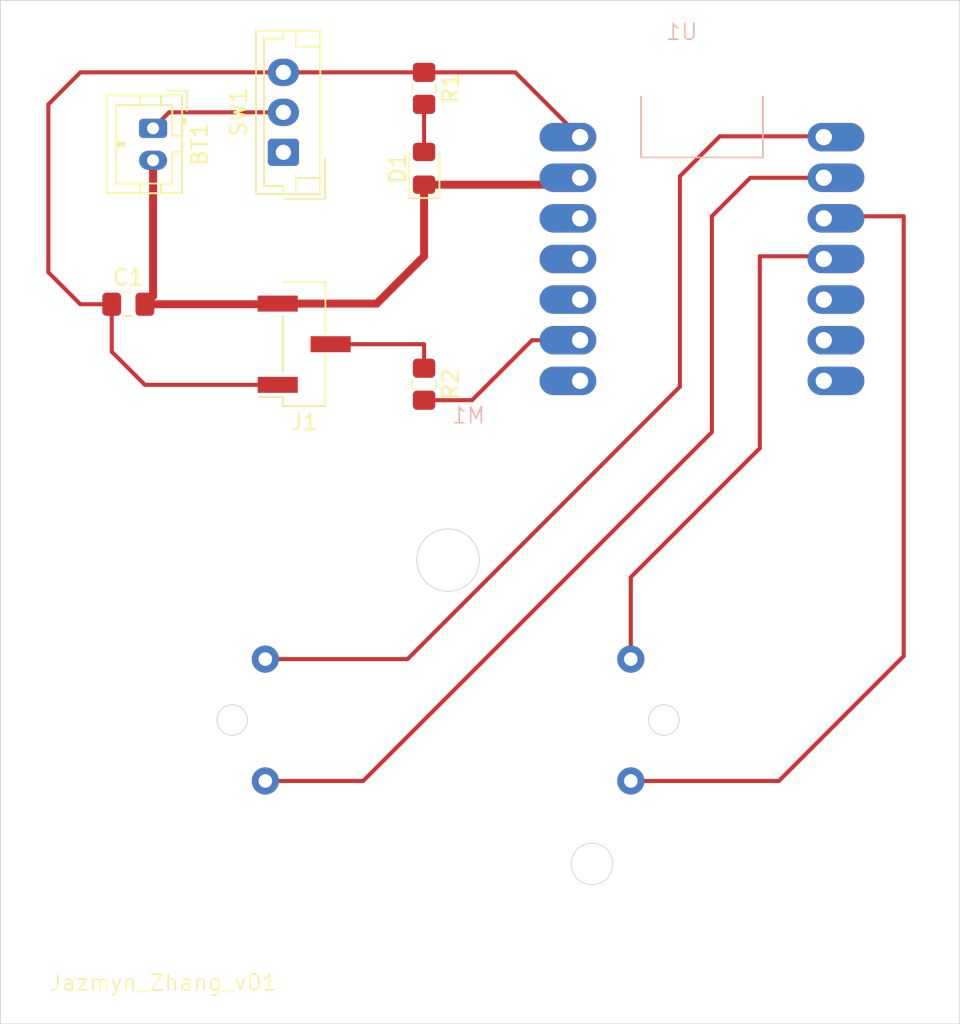
<source format=kicad_pcb>
(kicad_pcb (version 20240108) (generator "pcbnew") (generator_version "8.0")
  (layers (0 "F.Cu" signal) (31 "B.Cu" signal) (34 "B.Paste" user) (35 "F.Paste" user) (36 "B.SilkS" user "B.Silkscreen") (37 "F.SilkS" user "F.Silkscreen") (38 "B.Mask" user) (39 "F.Mask" user) (44 "Edge.Cuts" user))
  (net 0 "")
  (net 1 "GND")
  (net 2 "Net-(BT1-+)")
  (net 3 "Net-(J1-Pin_2)")
  (net 4 "Net-(D1-A)")
  (net 5 "Net-(J1-Pin_1)")
  (net 6 "Net-(U1-GPIO1_A0_D0)")
  (net 7 "Net-(M1--)")
  (net 8 "Net-(U1-GPIO3_A2_D2)")
  (net 9 "Net-(U1-GPIO4_A3_D3)")
  (net 10 "Net-(U1-GPIO7_A8_D8_SCK)")
  (footprint "LED_SMD:LED_0805_2012Metric_Pad1.15x1.40mm_HandSolder" (layer "F.Cu") (at 96 75.5 90)
    (property "Reference" "D1" (at 0 -1.65 90) (layer "F.SilkS"))
    (property "Value" "LED")
    (fp_line (start 1 -0.96) (end -1.86 -0.96) (stroke (width 0.12)) (layer "F.SilkS"))
    (fp_line (start -1.86 -0.96) (end -1.86 0.96) (stroke (width 0.12)) (layer "F.SilkS"))
    (fp_line (start -1.86 0.96) (end 1 0.96) (stroke (width 0.12)) (layer "F.SilkS"))
    (pad "1" smd roundrect (at -1.025 0 90) (size 1.15 1.4) (layers "F.Cu" "F.Paste" "F.Mask") (roundrect_rratio 0.217391) (net 1 "GND"))
    (pad "2" smd roundrect (at 1.025 0 90) (size 1.15 1.4) (layers "F.Cu" "F.Paste" "F.Mask") (roundrect_rratio 0.217391) (net 4 "Net-(D1-A)"))
  )
  (footprint "Capacitor_SMD:C_0805_2012Metric_Pad1.18x1.45mm_HandSolder" (layer "F.Cu") (at 77.5 84)
    (property "Reference" "C1" (at 0 -1.68 0) (layer "F.SilkS"))
    (property "Value" "C")
    (fp_line (start -0.261252 -0.735) (end 0.261252 -0.735) (stroke (width 0.12)) (layer "F.SilkS"))
    (fp_line (start -0.261252 0.735) (end 0.261252 0.735) (stroke (width 0.12)) (layer "F.SilkS"))
    (pad "1" smd roundrect (at -1.0375 0) (size 1.175 1.45) (layers "F.Cu" "F.Paste" "F.Mask") (roundrect_rratio 0.212766) (net 5 "Net-(J1-Pin_1)"))
    (pad "2" smd roundrect (at 1.0375 0) (size 1.175 1.45) (layers "F.Cu" "F.Paste" "F.Mask") (roundrect_rratio 0.212766) (net 1 "GND"))
  )
  (footprint "Resistor_SMD:R_0805_2012Metric_Pad1.20x1.40mm_HandSolder" (layer "F.Cu") (at 96 70.5 -90)
    (property "Reference" "R1" (at 0 -1.65 90) (layer "F.SilkS"))
    (property "Value" "R")
    (fp_line (start -0.227064 0.735) (end 0.227064 0.735) (stroke (width 0.12)) (layer "F.SilkS"))
    (fp_line (start -0.227064 -0.735) (end 0.227064 -0.735) (stroke (width 0.12)) (layer "F.SilkS"))
    (pad "1" smd roundrect (at -1 0 270) (size 1.2 1.4) (layers "F.Cu" "F.Paste" "F.Mask") (roundrect_rratio 0.208333) (net 5 "Net-(J1-Pin_1)"))
    (pad "2" smd roundrect (at 1 0 270) (size 1.2 1.4) (layers "F.Cu" "F.Paste" "F.Mask") (roundrect_rratio 0.208333) (net 4 "Net-(D1-A)"))
  )
  (footprint "Connector_JST:JST_EH_B3B-EH-A_1x03_P2.50mm_Vertical" (layer "F.Cu") (at 87.2 74.5 90)
    (property "Reference" "SW1" (at 2.5 -2.8 90) (layer "F.SilkS"))
    (property "Value" "SW_SPDT")
    (fp_line (start 7.61 -1.71) (end -2.61 -1.71) (stroke (width 0.12)) (layer "F.SilkS"))
    (fp_line (start -2.61 -1.71) (end -2.61 2.31) (stroke (width 0.12)) (layer "F.SilkS"))
    (fp_line (start 7.11 -1.21) (end 7.11 0) (stroke (width 0.12)) (layer "F.SilkS"))
    (fp_line (start -2.11 -1.21) (end 7.11 -1.21) (stroke (width 0.12)) (layer "F.SilkS"))
    (fp_line (start 7.11 0) (end 7.61 0) (stroke (width 0.12)) (layer "F.SilkS"))
    (fp_line (start -2.11 0) (end -2.11 -1.21) (stroke (width 0.12)) (layer "F.SilkS"))
    (fp_line (start -2.61 0) (end -2.11 0) (stroke (width 0.12)) (layer "F.SilkS"))
    (fp_line (start -2.91 0.11) (end -2.91 2.61) (stroke (width 0.12)) (layer "F.SilkS"))
    (fp_line (start 7.61 0.81) (end 6.61 0.81) (stroke (width 0.12)) (layer "F.SilkS"))
    (fp_line (start 6.61 0.81) (end 6.61 2.31) (stroke (width 0.12)) (layer "F.SilkS"))
    (fp_line (start -1.61 0.81) (end -1.61 2.31) (stroke (width 0.12)) (layer "F.SilkS"))
    (fp_line (start -2.61 0.81) (end -1.61 0.81) (stroke (width 0.12)) (layer "F.SilkS"))
    (fp_line (start 7.61 2.31) (end 7.61 -1.71) (stroke (width 0.12)) (layer "F.SilkS"))
    (fp_line (start -2.61 2.31) (end 7.61 2.31) (stroke (width 0.12)) (layer "F.SilkS"))
    (fp_line (start -2.91 2.61) (end -0.41 2.61) (stroke (width 0.12)) (layer "F.SilkS"))
    (pad "1" thru_hole roundrect (at 0 0 90) (size 1.7 1.95) (drill 0.95) (layers "*.Cu" "*.Mask") (roundrect_rratio 0.147059))
    (pad "2" thru_hole oval (at 2.5 0 90) (size 1.7 1.95) (drill 0.95) (layers "*.Cu" "*.Mask") (net 2 "Net-(BT1-+)"))
    (pad "3" thru_hole oval (at 5 0 90) (size 1.7 1.95) (drill 0.95) (layers "*.Cu" "*.Mask") (net 5 "Net-(J1-Pin_1)"))
  )
  (footprint "Connector_PinHeader_2.54mm:PinHeader_1x03_P2.54mm_Vertical_SMD_Pin1Right" (layer "F.Cu") (at 88.5 86.5 180)
    (property "Reference" "J1" (at 0 -4.87 0) (layer "F.SilkS"))
    (property "Value" "Conn_01x03_Pin")
    (fp_line (start 1.33 -1.78) (end 1.33 1.78) (stroke (width 0.12)) (layer "F.SilkS"))
    (fp_line (start 1.33 -3.3) (end 2.85 -3.3) (stroke (width 0.12)) (layer "F.SilkS"))
    (fp_line (start 1.33 -3.87) (end 1.33 -3.3) (stroke (width 0.12)) (layer "F.SilkS"))
    (fp_line (start -1.33 3.87) (end 1.33 3.87) (stroke (width 0.12)) (layer "F.SilkS"))
    (fp_line (start -1.33 3.3) (end -1.33 3.87) (stroke (width 0.12)) (layer "F.SilkS"))
    (fp_line (start -1.33 0.76) (end -1.33 3.87) (stroke (width 0.12)) (layer "F.SilkS"))
    (fp_line (start -1.33 -3.87) (end 1.33 -3.87) (stroke (width 0.12)) (layer "F.SilkS"))
    (fp_line (start -1.33 -3.87) (end -1.33 -0.76) (stroke (width 0.12)) (layer "F.SilkS"))
    (pad "1" smd rect (at 1.655 -2.54 180) (size 2.51 1) (layers "F.Cu" "F.Paste" "F.Mask") (net 5 "Net-(J1-Pin_1)"))
    (pad "2" smd rect (at -1.655 0 180) (size 2.51 1) (layers "F.Cu" "F.Paste" "F.Mask") (net 3 "Net-(J1-Pin_2)"))
    (pad "3" smd rect (at 1.655 2.54 180) (size 2.51 1) (layers "F.Cu" "F.Paste" "F.Mask") (net 1 "GND"))
  )
  (footprint "Connector_JST:JST_PH_B2B-PH-K_1x02_P2.00mm_Vertical" (layer "F.Cu") (at 79.05 73 -90)
    (property "Reference" "BT1" (at 1 -2.9 90) (layer "F.SilkS"))
    (property "Value" "Battery")
    (fp_line (start -2.06 2.91) (end 4.06 2.91) (stroke (width 0.12)) (layer "F.SilkS"))
    (fp_line (start 4.06 2.91) (end 4.06 -1.81) (stroke (width 0.12)) (layer "F.SilkS"))
    (fp_line (start -1.45 2.3) (end 3.45 2.3) (stroke (width 0.12)) (layer "F.SilkS"))
    (fp_line (start 0.9 2.3) (end 0.9 1.8) (stroke (width 0.12)) (layer "F.SilkS"))
    (fp_line (start 1 2.3) (end 1 1.8) (stroke (width 0.12)) (layer "F.SilkS"))
    (fp_line (start 3.45 2.3) (end 3.45 -1.2) (stroke (width 0.12)) (layer "F.SilkS"))
    (fp_line (start 0.9 1.8) (end 1.1 1.8) (stroke (width 0.12)) (layer "F.SilkS"))
    (fp_line (start 1.1 1.8) (end 1.1 2.3) (stroke (width 0.12)) (layer "F.SilkS"))
    (fp_line (start -2.06 0.8) (end -1.45 0.8) (stroke (width 0.12)) (layer "F.SilkS"))
    (fp_line (start 4.06 0.8) (end 3.45 0.8) (stroke (width 0.12)) (layer "F.SilkS"))
    (fp_line (start -2.06 -0.5) (end -1.45 -0.5) (stroke (width 0.12)) (layer "F.SilkS"))
    (fp_line (start 4.06 -0.5) (end 3.45 -0.5) (stroke (width 0.12)) (layer "F.SilkS"))
    (fp_line (start -1.45 -1.2) (end -1.45 2.3) (stroke (width 0.12)) (layer "F.SilkS"))
    (fp_line (start 0.5 -1.2) (end -1.45 -1.2) (stroke (width 0.12)) (layer "F.SilkS"))
    (fp_line (start 1.5 -1.2) (end 1.5 -1.81) (stroke (width 0.12)) (layer "F.SilkS"))
    (fp_line (start 3.45 -1.2) (end 1.5 -1.2) (stroke (width 0.12)) (layer "F.SilkS"))
    (fp_line (start -2.06 -1.81) (end -2.06 2.91) (stroke (width 0.12)) (layer "F.SilkS"))
    (fp_line (start -0.3 -1.81) (end -0.3 -2.01) (stroke (width 0.12)) (layer "F.SilkS"))
    (fp_line (start 0.5 -1.81) (end 0.5 -1.2) (stroke (width 0.12)) (layer "F.SilkS"))
    (fp_line (start 4.06 -1.81) (end -2.06 -1.81) (stroke (width 0.12)) (layer "F.SilkS"))
    (fp_line (start -0.3 -1.91) (end -0.6 -1.91) (stroke (width 0.12)) (layer "F.SilkS"))
    (fp_line (start -0.6 -2.01) (end -0.6 -1.81) (stroke (width 0.12)) (layer "F.SilkS"))
    (fp_line (start -0.3 -2.01) (end -0.6 -2.01) (stroke (width 0.12)) (layer "F.SilkS"))
    (fp_line (start -2.36 -2.11) (end -2.36 -0.86) (stroke (width 0.12)) (layer "F.SilkS"))
    (fp_line (start -1.11 -2.11) (end -2.36 -2.11) (stroke (width 0.12)) (layer "F.SilkS"))
    (pad "1" thru_hole roundrect (at 0 0 270) (size 1.2 1.75) (drill 0.75) (layers "*.Cu" "*.Mask") (roundrect_rratio 0.208333) (net 2 "Net-(BT1-+)"))
    (pad "2" thru_hole oval (at 2 0 270) (size 1.2 1.75) (drill 0.75) (layers "*.Cu" "*.Mask") (net 1 "GND"))
  )
  (footprint "Resistor_SMD:R_0805_2012Metric_Pad1.20x1.40mm_HandSolder" (layer "F.Cu") (at 96 89 -90)
    (property "Reference" "R2" (at 0 -1.65 90) (layer "F.SilkS"))
    (property "Value" "R=330ohm")
    (fp_line (start -0.227064 0.735) (end 0.227064 0.735) (stroke (width 0.12)) (layer "F.SilkS"))
    (fp_line (start -0.227064 -0.735) (end 0.227064 -0.735) (stroke (width 0.12)) (layer "F.SilkS"))
    (pad "1" smd roundrect (at -1 0 270) (size 1.2 1.4) (layers "F.Cu" "F.Paste" "F.Mask") (roundrect_rratio 0.208333) (net 3 "Net-(J1-Pin_2)"))
    (pad "2" smd roundrect (at 1 0 270) (size 1.2 1.4) (layers "F.Cu" "F.Paste" "F.Mask") (roundrect_rratio 0.208333) (net 10 "Net-(U1-GPIO7_A8_D8_SCK)"))
  )
  (footprint "demo_xiao:XIAO_ESP32_SENSE" (layer "B.Cu") (at 113.38 81.17 180)
    (property "Reference" "U1" (at 1.27 14.2 0) (layer "B.SilkS") (effects (font (thickness 0.1)) (justify mirror)))
    (property "Value" "~")
    (fp_line (start 3.81 10.16) (end 3.81 6.35) (stroke (width 0.1)) (layer "B.SilkS"))
    (fp_line (start 3.81 6.35) (end -3.81 6.35) (stroke (width 0.1)) (layer "B.SilkS"))
    (fp_line (start -3.81 6.35) (end -3.81 10.16) (stroke (width 0.1)) (layer "B.SilkS"))
    (pad "1" thru_hole oval (at -7.62 7.62 180) (size 3.556 1.778) (drill 1.016 (offset -0.762 0)) (layers "*.Cu" "*.Mask") (net 6 "Net-(U1-GPIO1_A0_D0)"))
    (pad "2" thru_hole oval (at -7.62 5.08 180) (size 3.556 1.778) (drill 1.016 (offset -0.762 0)) (layers "*.Cu" "*.Mask") (net 7 "Net-(M1--)"))
    (pad "3" thru_hole oval (at -7.62 2.54 180) (size 3.556 1.778) (drill 1.016 (offset -0.762 0)) (layers "*.Cu" "*.Mask") (net 8 "Net-(U1-GPIO3_A2_D2)"))
    (pad "4" thru_hole oval (at -7.62 0 180) (size 3.556 1.778) (drill 1.016 (offset -0.762 0)) (layers "*.Cu" "*.Mask") (net 9 "Net-(U1-GPIO4_A3_D3)"))
    (pad "5" thru_hole oval (at -7.62 -2.54 180) (size 3.556 1.778) (drill 1.016 (offset -0.762 0)) (layers "*.Cu" "*.Mask"))
    (pad "6" thru_hole oval (at -7.62 -5.08 180) (size 3.556 1.778) (drill 1.016 (offset -0.762 0)) (layers "*.Cu" "*.Mask"))
    (pad "7" thru_hole oval (at -7.62 -7.62 180) (size 3.556 1.778) (drill 1.016 (offset -0.762 0)) (layers "*.Cu" "*.Mask"))
    (pad "8" thru_hole oval (at 7.62 7.62 180) (size 3.556 1.778) (drill 1.016 (offset 0.762 0)) (layers "*.Cu" "*.Mask") (net 5 "Net-(J1-Pin_1)"))
    (pad "9" thru_hole oval (at 7.62 5.08 180) (size 3.556 1.778) (drill 1.016 (offset 0.762 0)) (layers "*.Cu" "*.Mask") (net 1 "GND"))
    (pad "10" thru_hole oval (at 7.62 2.54 180) (size 3.556 1.778) (drill 1.016 (offset 0.762 0)) (layers "*.Cu" "*.Mask"))
    (pad "11" thru_hole oval (at 7.62 0 180) (size 3.556 1.778) (drill 1.016 (offset 0.762 0)) (layers "*.Cu" "*.Mask"))
    (pad "12" thru_hole oval (at 7.62 -2.54 180) (size 3.556 1.778) (drill 1.016 (offset 0.762 0)) (layers "*.Cu" "*.Mask"))
    (pad "13" thru_hole oval (at 7.62 -5.08 180) (size 3.556 1.778) (drill 1.016 (offset 0.762 0)) (layers "*.Cu" "*.Mask") (net 10 "Net-(U1-GPIO7_A8_D8_SCK)"))
    (pad "14" thru_hole oval (at 7.62 -7.62 180) (size 3.556 1.778) (drill 1.016 (offset 0.762 0)) (layers "*.Cu" "*.Mask"))
  )
  (footprint "demo_motor:x27_stepper" (layer "B.Cu") (at 94.96 120.16 180)
    (property "Reference" "M1" (at -3.81 29.21 0) (layer "B.SilkS") (effects (font (thickness 0.1)) (justify mirror)))
    (property "Value" "Stepper_Motor_bipolar")
    (fp_circle (center 10.96 10.16) (end 11.91 10.16) (stroke (width 0.05)) (fill none) (layer "Edge.Cuts"))
    (fp_circle (center -2.54 20.16) (end -0.59 20.16) (stroke (width 0.05)) (fill none) (layer "Edge.Cuts"))
    (fp_circle (center -11.54 1.16) (end -10.24 1.16) (stroke (width 0.05)) (fill none) (layer "Edge.Cuts"))
    (fp_circle (center -16.04 10.16) (end -15.09 10.16) (stroke (width 0.05)) (fill none) (layer "Edge.Cuts"))
    (pad "1" thru_hole circle (at 8.89 13.97 180) (size 1.7 1.7) (drill 0.85) (layers "*.Cu" "*.Mask") (net 6 "Net-(U1-GPIO1_A0_D0)"))
    (pad "2" thru_hole circle (at 8.89 6.35 180) (size 1.7 1.7) (drill 0.85) (layers "*.Cu" "*.Mask") (net 7 "Net-(M1--)"))
    (pad "3" thru_hole circle (at -13.97 6.35 180) (size 1.7 1.7) (drill 0.85) (layers "*.Cu" "*.Mask") (net 8 "Net-(U1-GPIO3_A2_D2)"))
    (pad "4" thru_hole circle (at -13.97 13.97 180) (size 1.7 1.7) (drill 0.85) (layers "*.Cu" "*.Mask") (net 9 "Net-(U1-GPIO4_A3_D3)"))
  )
  (gr_rect (start 69.5 65) (end 129.5 129) (stroke (width 0.05)) (fill none) (layer "Edge.Cuts"))
  (gr_text "Jazmyn_Zhang_v01" (at 72.5 127 0) (layer "F.SilkS") (effects (font (size 1 1) (thickness 0.1)) (justify left bottom)))
  (segment (start 96 81) (end 93.04 83.96) (width 0.5) (layer "F.Cu") (net 1))
  (segment (start 78.5375 84) (end 86.805 84) (width 0.5) (layer "F.Cu") (net 1))
  (segment (start 105.76 76.09) (end 105.325 76.525) (width 0.5) (layer "F.Cu") (net 1))
  (segment (start 105.325 76.525) (end 96 76.525) (width 0.5) (layer "F.Cu") (net 1))
  (segment (start 86.805 84) (end 86.845 83.96) (width 0.5) (layer "F.Cu") (net 1))
  (segment (start 96 76.525) (end 96 81) (width 0.5) (layer "F.Cu") (net 1))
  (segment (start 79.05 83.4875) (end 78.5375 84) (width 0.5) (layer "F.Cu") (net 1))
  (segment (start 93.04 83.96) (end 86.845 83.96) (width 0.5) (layer "F.Cu") (net 1))
  (segment (start 79.05 75) (end 79.05 83.4875) (width 0.5) (layer "F.Cu") (net 1))
  (segment (start 80.05 72) (end 79.05 73) (width 0.254) (layer "F.Cu") (net 2))
  (segment (start 87.2 72) (end 80.05 72) (width 0.254) (layer "F.Cu") (net 2))
  (segment (start 90.155 86.5) (end 96 86.5) (width 0.254) (layer "F.Cu") (net 3))
  (segment (start 96 86.5) (end 96 88) (width 0.254) (layer "F.Cu") (net 3))
  (segment (start 96 71.5) (end 96 74.475) (width 0.254) (layer "F.Cu") (net 4))
  (segment (start 76.4625 86.9625) (end 78.54 89.04) (width 0.254) (layer "F.Cu") (net 5))
  (segment (start 96 69.5) (end 87.2 69.5) (width 0.254) (layer "F.Cu") (net 5))
  (segment (start 74.5 84) (end 76.4625 84) (width 0.254) (layer "F.Cu") (net 5))
  (segment (start 74.5 69.5) (end 72.5 71.5) (width 0.254) (layer "F.Cu") (net 5))
  (segment (start 78.54 89.04) (end 86.845 89.04) (width 0.254) (layer "F.Cu") (net 5))
  (segment (start 87.2 69.5) (end 74.5 69.5) (width 0.254) (layer "F.Cu") (net 5))
  (segment (start 72.5 82) (end 74.5 84) (width 0.254) (layer "F.Cu") (net 5))
  (segment (start 72.5 71.5) (end 72.5 82) (width 0.254) (layer "F.Cu") (net 5))
  (segment (start 105.76 73.55) (end 101.71 69.5) (width 0.254) (layer "F.Cu") (net 5))
  (segment (start 101.71 69.5) (end 96 69.5) (width 0.254) (layer "F.Cu") (net 5))
  (segment (start 76.4625 84) (end 76.4625 86.9625) (width 0.254) (layer "F.Cu") (net 5))
  (segment (start 112 76) (end 112 89.157304) (width 0.254) (layer "F.Cu") (net 6))
  (segment (start 120.95 73.5) (end 114.5 73.5) (width 0.254) (layer "F.Cu") (net 6))
  (segment (start 112 89.157304) (end 94.967304 106.19) (width 0.254) (layer "F.Cu") (net 6))
  (segment (start 121 73.55) (end 120.95 73.5) (width 0.254) (layer "F.Cu") (net 6))
  (segment (start 114.5 73.5) (end 112 76) (width 0.254) (layer "F.Cu") (net 6))
  (segment (start 94.967304 106.19) (end 86.07 106.19) (width 0.254) (layer "F.Cu") (net 6))
  (segment (start 114 92) (end 92.19 113.81) (width 0.254) (layer "F.Cu") (net 7))
  (segment (start 116.41 76.09) (end 114 78.5) (width 0.254) (layer "F.Cu") (net 7))
  (segment (start 121 76.09) (end 116.41 76.09) (width 0.254) (layer "F.Cu") (net 7))
  (segment (start 114 78.5) (end 114 92) (width 0.254) (layer "F.Cu") (net 7))
  (segment (start 92.19 113.81) (end 86.07 113.81) (width 0.254) (layer "F.Cu") (net 7))
  (segment (start 121.13 78.5) (end 121 78.63) (width 0.254) (layer "F.Cu") (net 8))
  (segment (start 118.19 113.81) (end 126 106) (width 0.254) (layer "F.Cu") (net 8))
  (segment (start 126 78.5) (end 121.13 78.5) (width 0.254) (layer "F.Cu") (net 8))
  (segment (start 126 106) (end 126 78.5) (width 0.254) (layer "F.Cu") (net 8))
  (segment (start 108.93 113.81) (end 118.19 113.81) (width 0.254) (layer "F.Cu") (net 8))
  (segment (start 117 93) (end 117 81) (width 0.254) (layer "F.Cu") (net 9))
  (segment (start 108.93 106.19) (end 108.93 101.07) (width 0.254) (layer "F.Cu") (net 9))
  (segment (start 117 81) (end 120.83 81) (width 0.254) (layer "F.Cu") (net 9))
  (segment (start 120.83 81) (end 121 81.17) (width 0.254) (layer "F.Cu") (net 9))
  (segment (start 121.17 81) (end 121 81.17) (width 0.2) (layer "F.Cu") (net 9))
  (segment (start 108.93 101.07) (end 117 93) (width 0.254) (layer "F.Cu") (net 9))
  (segment (start 105.76 86.25) (end 102.75 86.25) (width 0.254) (layer "F.Cu") (net 10))
  (segment (start 99 90) (end 96 90) (width 0.254) (layer "F.Cu") (net 10))
  (segment (start 102.75 86.25) (end 99 90) (width 0.254) (layer "F.Cu") (net 10))
)
</source>
